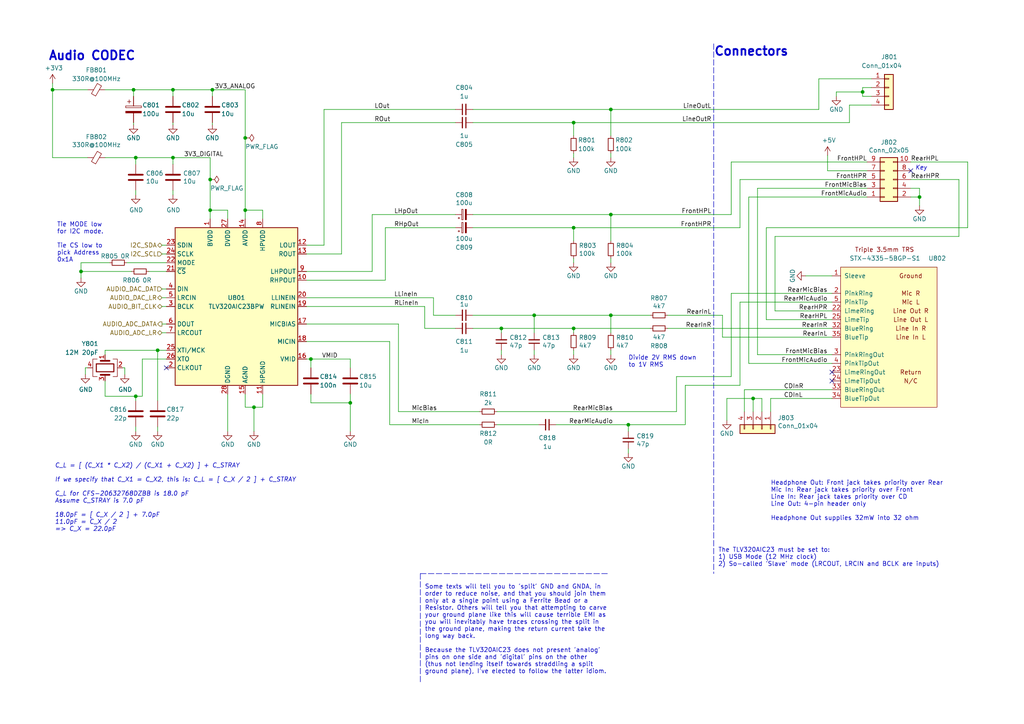
<source format=kicad_sch>
(kicad_sch (version 20211123) (generator eeschema)
  (paper "A4")
  (title_block (title "Neotron Common Hardware - Audio CODEC") (date "${date}") (rev "${version}") (company "https://neotron-compute.github.io") (comment 1 "Licensed as CC-BY-SA") (comment 2 "Copyright (c) The Neotron Developers, 2022"))
  (lib_symbols
    (symbol "Audio:TLV320AIC23BPW"
      (property "Reference" "U" (at 16.51 26.67 0))
      (property "Value" "TLV320AIC23BPW" (at 16.51 24.13 0))
      (symbol "TLV320AIC23BPW_0_1"
        (rectangle (start -17.78 22.86) (end 17.78 -22.86) (stroke (width 0.254)) (fill (type background)))
      )
      (symbol "TLV320AIC23BPW_1_1"
        (pin power_in line (at -7.62 25.4 270) (length 2.54) (name "BVDD") (number "1"))
        (pin passive line (at 20.32 7.62 180) (length 2.54) (name "RHPOUT") (number "10"))
        (pin power_in line (at 7.62 -25.4 90) (length 2.54) (name "HPGND") (number "11"))
        (pin passive line (at 20.32 17.78 180) (length 2.54) (name "LOUT") (number "12"))
        (pin passive line (at 20.32 15.24 180) (length 2.54) (name "ROUT") (number "13"))
        (pin power_in line (at 2.54 25.4 270) (length 2.54) (name "AVDD") (number "14"))
        (pin power_in line (at 2.54 -25.4 90) (length 2.54) (name "AGND") (number "15"))
        (pin passive line (at 20.32 -15.24 180) (length 2.54) (name "VMID") (number "16"))
        (pin passive line (at 20.32 -5.08 180) (length 2.54) (name "MICBIAS") (number "17"))
        (pin passive line (at 20.32 -10.16 180) (length 2.54) (name "MICIN") (number "18"))
        (pin passive line (at 20.32 0 180) (length 2.54) (name "RLINEIN") (number "19"))
        (pin output line (at -20.32 -17.78 0) (length 2.54) (name "CLKOUT") (number "2"))
        (pin passive line (at 20.32 2.54 180) (length 2.54) (name "LLINEIN") (number "20"))
        (pin input line (at -20.32 10.16 0) (length 2.54) (name "~{CS}") (number "21"))
        (pin input line (at -20.32 12.7 0) (length 2.54) (name "MODE") (number "22"))
        (pin input line (at -20.32 17.78 0) (length 2.54) (name "SDIN") (number "23"))
        (pin input line (at -20.32 15.24 0) (length 2.54) (name "SCLK") (number "24"))
        (pin passive line (at -20.32 -12.7 0) (length 2.54) (name "XTI/MCK") (number "25"))
        (pin passive line (at -20.32 -15.24 0) (length 2.54) (name "XTO") (number "26"))
        (pin power_in line (at -2.54 25.4 270) (length 2.54) (name "DVDD") (number "27"))
        (pin power_in line (at -2.54 -25.4 90) (length 2.54) (name "DGND") (number "28"))
        (pin bidirectional line (at -20.32 0 0) (length 2.54) (name "BCLK") (number "3"))
        (pin input line (at -20.32 5.08 0) (length 2.54) (name "DIN") (number "4"))
        (pin input line (at -20.32 2.54 0) (length 2.54) (name "LRCIN") (number "5"))
        (pin output line (at -20.32 -5.08 0) (length 2.54) (name "DOUT") (number "6"))
        (pin output line (at -20.32 -7.62 0) (length 2.54) (name "LRCOUT") (number "7"))
        (pin power_in line (at 7.62 25.4 270) (length 2.54) (name "HPVDD") (number "8"))
        (pin passive line (at 20.32 10.16 180) (length 2.54) (name "LHPOUT") (number "9"))
      )
    )
    (symbol "Connector_Generic:Conn_01x04" (pin_names (offset 1.016) hide)
      (property "Reference" "J" (at 0 5.08 0))
      (property "Value" "Conn_01x04" (at 0 -7.62 0))
      (symbol "Conn_01x04_1_1"
        (rectangle (start -1.27 -4.953) (end 0 -5.207) (stroke (width 0.1524)))
        (rectangle (start -1.27 -2.413) (end 0 -2.667) (stroke (width 0.1524)))
        (rectangle (start -1.27 0.127) (end 0 -0.127) (stroke (width 0.1524)))
        (rectangle (start -1.27 2.667) (end 0 2.413) (stroke (width 0.1524)))
        (rectangle (start -1.27 3.81) (end 1.27 -6.35) (stroke (width 0.254)) (fill (type background)))
        (pin passive line (at -5.08 2.54 0) (length 3.81) (name "Pin_1") (number "1"))
        (pin passive line (at -5.08 0 0) (length 3.81) (name "Pin_2") (number "2"))
        (pin passive line (at -5.08 -2.54 0) (length 3.81) (name "Pin_3") (number "3"))
        (pin passive line (at -5.08 -5.08 0) (length 3.81) (name "Pin_4") (number "4"))
      )
    )
    (symbol "Connector_Generic:Conn_02x05_Odd_Even" (pin_names (offset 1.016) hide)
      (property "Reference" "J" (at 1.27 7.62 0))
      (property "Value" "Conn_02x05_Odd_Even" (at 1.27 -7.62 0))
      (symbol "Conn_02x05_Odd_Even_1_1"
        (rectangle (start -1.27 -4.953) (end 0 -5.207) (stroke (width 0.1524)))
        (rectangle (start -1.27 -2.413) (end 0 -2.667) (stroke (width 0.1524)))
        (rectangle (start -1.27 0.127) (end 0 -0.127) (stroke (width 0.1524)))
        (rectangle (start -1.27 2.667) (end 0 2.413) (stroke (width 0.1524)))
        (rectangle (start -1.27 5.207) (end 0 4.953) (stroke (width 0.1524)))
        (rectangle (start -1.27 6.35) (end 3.81 -6.35) (stroke (width 0.254)) (fill (type background)))
        (rectangle (start 3.81 -4.953) (end 2.54 -5.207) (stroke (width 0.1524)))
        (rectangle (start 3.81 -2.413) (end 2.54 -2.667) (stroke (width 0.1524)))
        (rectangle (start 3.81 0.127) (end 2.54 -0.127) (stroke (width 0.1524)))
        (rectangle (start 3.81 2.667) (end 2.54 2.413) (stroke (width 0.1524)))
        (rectangle (start 3.81 5.207) (end 2.54 4.953) (stroke (width 0.1524)))
        (pin passive line (at -5.08 5.08 0) (length 3.81) (name "Pin_1") (number "1"))
        (pin passive line (at 7.62 -5.08 180) (length 3.81) (name "Pin_10") (number "10"))
        (pin passive line (at 7.62 5.08 180) (length 3.81) (name "Pin_2") (number "2"))
        (pin passive line (at -5.08 2.54 0) (length 3.81) (name "Pin_3") (number "3"))
        (pin passive line (at 7.62 2.54 180) (length 3.81) (name "Pin_4") (number "4"))
        (pin passive line (at -5.08 0 0) (length 3.81) (name "Pin_5") (number "5"))
        (pin passive line (at 7.62 0 180) (length 3.81) (name "Pin_6") (number "6"))
        (pin passive line (at -5.08 -2.54 0) (length 3.81) (name "Pin_7") (number "7"))
        (pin passive line (at 7.62 -2.54 180) (length 3.81) (name "Pin_8") (number "8"))
        (pin passive line (at -5.08 -5.08 0) (length 3.81) (name "Pin_9") (number "9"))
      )
    )
    (symbol "Device:C" (pin_numbers hide) (pin_names (offset 0.254))
      (property "Reference" "C" (at 0.635 2.54 0))
      (property "Value" "C" (at 0.635 -2.54 0))
      (symbol "C_0_1"
        (polyline (pts (xy -2.032 -0.762) (xy 2.032 -0.762)) (stroke (width 0.508)))
        (polyline (pts (xy -2.032 0.762) (xy 2.032 0.762)) (stroke (width 0.508)))
      )
      (symbol "C_1_1"
        (pin passive line (at 0 3.81 270) (length 2.794) (name "~") (number "1"))
        (pin passive line (at 0 -3.81 90) (length 2.794) (name "~") (number "2"))
      )
    )
    (symbol "Device:C_Polarized" (pin_numbers hide) (pin_names (offset 0.254))
      (property "Reference" "C" (at 0.635 2.54 0))
      (property "Value" "C_Polarized" (at 0.635 -2.54 0))
      (symbol "C_Polarized_0_1"
        (rectangle (start -2.286 0.508) (end 2.286 1.016))
        (polyline (pts (xy -1.778 2.286) (xy -0.762 2.286)))
        (polyline (pts (xy -1.27 2.794) (xy -1.27 1.778)))
        (rectangle (start 2.286 -0.508) (end -2.286 -1.016) (fill (type outline)))
      )
      (symbol "C_Polarized_1_1"
        (pin passive line (at 0 3.81 270) (length 2.794) (name "~") (number "1"))
        (pin passive line (at 0 -3.81 90) (length 2.794) (name "~") (number "2"))
      )
    )
    (symbol "Device:C_Polarized_Small" (pin_numbers hide) (pin_names (offset 0.254) hide)
      (property "Reference" "C" (at 0.254 1.778 0))
      (property "Value" "C_Polarized_Small" (at 0.254 -2.032 0))
      (symbol "C_Polarized_Small_0_1"
        (rectangle (start -1.524 -0.3048) (end 1.524 -0.6858) (fill (type outline)))
        (rectangle (start -1.524 0.6858) (end 1.524 0.3048))
        (polyline (pts (xy -1.27 1.524) (xy -0.762 1.524)))
        (polyline (pts (xy -1.016 1.27) (xy -1.016 1.778)))
      )
      (symbol "C_Polarized_Small_1_1"
        (pin passive line (at 0 2.54 270) (length 1.8542) (name "~") (number "1"))
        (pin passive line (at 0 -2.54 90) (length 1.8542) (name "~") (number "2"))
      )
    )
    (symbol "Device:C_Small" (pin_numbers hide) (pin_names (offset 0.254) hide)
      (property "Reference" "C" (at 0.254 1.778 0))
      (property "Value" "C_Small" (at 0.254 -2.032 0))
      (symbol "C_Small_0_1"
        (polyline (pts (xy -1.524 -0.508) (xy 1.524 -0.508)) (stroke (width 0.3302)))
        (polyline (pts (xy -1.524 0.508) (xy 1.524 0.508)) (stroke (width 0.3048)))
      )
      (symbol "C_Small_1_1"
        (pin passive line (at 0 2.54 270) (length 2.032) (name "~") (number "1"))
        (pin passive line (at 0 -2.54 90) (length 2.032) (name "~") (number "2"))
      )
    )
    (symbol "Device:Crystal_GND24" (pin_names (offset 1.016) hide)
      (property "Reference" "Y" (at 3.175 5.08 0))
      (property "Value" "Crystal_GND24" (at 3.175 3.175 0))
      (symbol "Crystal_GND24_0_1"
        (rectangle (start -1.143 2.54) (end 1.143 -2.54) (stroke (width 0.3048)))
        (polyline (pts (xy -2.54 0) (xy -2.032 0)))
        (polyline (pts (xy -2.032 -1.27) (xy -2.032 1.27)) (stroke (width 0.508)))
        (polyline (pts (xy 0 -3.81) (xy 0 -3.556)))
        (polyline (pts (xy 0 3.556) (xy 0 3.81)))
        (polyline (pts (xy 2.032 -1.27) (xy 2.032 1.27)) (stroke (width 0.508)))
        (polyline (pts (xy 2.032 0) (xy 2.54 0)))
        (polyline (pts (xy -2.54 -2.286) (xy -2.54 -3.556) (xy 2.54 -3.556) (xy 2.54 -2.286)))
        (polyline (pts (xy -2.54 2.286) (xy -2.54 3.556) (xy 2.54 3.556) (xy 2.54 2.286)))
      )
      (symbol "Crystal_GND24_1_1"
        (pin passive line (at -3.81 0 0) (length 1.27) (name "1") (number "1"))
        (pin passive line (at 0 5.08 270) (length 1.27) (name "2") (number "2"))
        (pin passive line (at 3.81 0 180) (length 1.27) (name "3") (number "3"))
        (pin passive line (at 0 -5.08 90) (length 1.27) (name "4") (number "4"))
      )
    )
    (symbol "Device:FerriteBead_Small" (pin_numbers hide) (pin_names (offset 0))
      (property "Reference" "FB" (at 1.905 1.27 0))
      (property "Value" "FerriteBead_Small" (at 1.905 -1.27 0))
      (symbol "FerriteBead_Small_0_1"
        (polyline (pts (xy 0 -1.27) (xy 0 -0.7874)))
        (polyline (pts (xy 0 0.889) (xy 0 1.2954)))
        (polyline (pts (xy -1.8288 0.2794) (xy -1.1176 1.4986) (xy 1.8288 -0.2032) (xy 1.1176 -1.4224) (xy -1.8288 0.2794)))
      )
      (symbol "FerriteBead_Small_1_1"
        (pin passive line (at 0 2.54 270) (length 1.27) (name "~") (number "1"))
        (pin passive line (at 0 -2.54 90) (length 1.27) (name "~") (number "2"))
      )
    )
    (symbol "Device:R_Small" (pin_numbers hide) (pin_names (offset 0.254) hide)
      (property "Reference" "R" (at 0.762 0.508 0))
      (property "Value" "R_Small" (at 0.762 -1.016 0))
      (symbol "R_Small_0_1"
        (rectangle (start -0.762 1.778) (end 0.762 -1.778) (stroke (width 0.2032)))
      )
      (symbol "R_Small_1_1"
        (pin passive line (at 0 2.54 270) (length 0.762) (name "~") (number "1"))
        (pin passive line (at 0 -2.54 90) (length 0.762) (name "~") (number "2"))
      )
    )
    (symbol "Neotron-Common-Hardware:STX-4335-5BGP-S1" (pin_names (offset 1.016))
      (property "Reference" "U" (at 0 17.78 0))
      (property "Value" "STX-4335-5BGP-S1" (at 0 -27.94 0))
      (symbol "STX-4335-5BGP-S1_0_0"
        (text "Ground" (at 7.62 -22.86 0) (effects (font (size 1.27 1.27))))
        (text "Line In L" (at 7.62 -5.08 0) (effects (font (size 1.27 1.27))))
        (text "Line In R" (at 7.62 -7.62 0) (effects (font (size 1.27 1.27))))
        (text "Line Out L" (at 7.62 -10.16 0) (effects (font (size 1.27 1.27))))
        (text "Line Out R" (at 7.62 -12.7 0) (effects (font (size 1.27 1.27))))
        (text "Mic L" (at 7.62 -15.24 0) (effects (font (size 1.27 1.27))))
        (text "Mic R" (at 7.62 -17.78 0) (effects (font (size 1.27 1.27))))
        (text "N/C" (at 7.62 7.62 0) (effects (font (size 1.27 1.27))))
        (text "Return" (at 7.62 5.08 0) (effects (font (size 1.27 1.27))))
        (text "Triple 3.5mm TRS" (at 0 -30.48 0) (effects (font (size 1.27 1.27))))
        (pin input line (at -15.24 -22.86 0) (length 2.54) (name "Sleeve") (number "1"))
        (pin input line (at -15.24 -17.78 0) (length 2.54) (name "PinkRing") (number "2"))
        (pin input line (at -15.24 -12.7 0) (length 2.54) (name "LimeRing") (number "22"))
        (pin output line (at -15.24 5.08 0) (length 2.54) (name "LimeRingOut") (number "23"))
        (pin output line (at -15.24 7.62 0) (length 2.54) (name "LimeTipOut") (number "24"))
        (pin input line (at -15.24 -10.16 0) (length 2.54) (name "LimeTip") (number "25"))
        (pin output line (at -15.24 0 0) (length 2.54) (name "PinkRingOut") (number "3"))
        (pin input line (at -15.24 -7.62 0) (length 2.54) (name "BlueRing") (number "32"))
        (pin output line (at -15.24 10.16 0) (length 2.54) (name "BlueRingOut") (number "33"))
        (pin output line (at -15.24 12.7 0) (length 2.54) (name "BlueTipOut") (number "34"))
        (pin input line (at -15.24 -5.08 0) (length 2.54) (name "BlueTip") (number "35"))
        (pin output line (at -15.24 2.54 0) (length 2.54) (name "PinkTipOut") (number "4"))
        (pin input line (at -15.24 -15.24 0) (length 2.54) (name "PinkTip") (number "5"))
      )
      (symbol "STX-4335-5BGP-S1_0_1"
        (rectangle (start -12.7 15.24) (end 15.24 -25.4) (fill (type background)))
      )
    )
    (symbol "power:+3V3" (power) (pin_names (offset 0))
      (property "Value" "+3V3" (at 0 3.556 0))
      (symbol "+3V3_0_1"
        (polyline (pts (xy -0.762 1.27) (xy 0 2.54)))
        (polyline (pts (xy 0 0) (xy 0 2.54)))
        (polyline (pts (xy 0 2.54) (xy 0.762 1.27)))
      )
      (symbol "+3V3_1_1"
        (pin power_in line (at 0 0 90) (length 0) hide (name "+3V3") (number "1"))
      )
    )
    (symbol "power:+5V" (power) (pin_names (offset 0))
      (property "Value" "+5V" (at 0 3.556 0))
      (symbol "+5V_0_1"
        (polyline (pts (xy -0.762 1.27) (xy 0 2.54)))
        (polyline (pts (xy 0 0) (xy 0 2.54)))
        (polyline (pts (xy 0 2.54) (xy 0.762 1.27)))
      )
      (symbol "+5V_1_1"
        (pin power_in line (at 0 0 90) (length 0) hide (name "+5V") (number "1"))
      )
    )
    (symbol "power:GND" (power) (pin_names (offset 0))
      (property "Value" "GND" (at 0 -3.81 0))
      (symbol "GND_0_1"
        (polyline (pts (xy 0 0) (xy 0 -1.27) (xy 1.27 -1.27) (xy 0 -2.54) (xy -1.27 -1.27) (xy 0 -1.27)))
      )
      (symbol "GND_1_1"
        (pin power_in line (at 0 0 270) (length 0) hide (name "GND") (number "1"))
      )
    )
    (symbol "power:PWR_FLAG" (power) (pin_numbers hide) (pin_names (offset 0) hide)
      (property "Value" "PWR_FLAG" (at 0 3.81 0))
      (symbol "PWR_FLAG_0_0"
        (pin power_out line (at 0 0 90) (length 0) (name "pwr") (number "1"))
      )
      (symbol "PWR_FLAG_0_1"
        (polyline (pts (xy 0 0) (xy 0 1.27) (xy -1.016 1.905) (xy 0 2.54) (xy 1.016 1.905) (xy 0 1.27)))
      )
    )
  )
  (junction (at 177.165 31.75))
  (junction (at 266.7 57.15))
  (junction (at 60.96 60.96))
  (junction (at 177.165 91.44))
  (junction (at 218.44 115.57))
  (junction (at 182.245 123.19))
  (junction (at 166.37 66.04))
  (junction (at 250.19 26.67))
  (junction (at 154.94 91.44))
  (junction (at 39.37 114.935))
  (junction (at 50.165 45.72))
  (junction (at 90.17 104.14))
  (junction (at 15.24 26.035))
  (junction (at 177.165 62.23))
  (junction (at 45.72 101.6))
  (junction (at 60.96 52.07))
  (junction (at 71.12 60.96))
  (junction (at 73.66 118.11))
  (junction (at 50.165 26.035))
  (junction (at 39.37 45.72))
  (junction (at 38.735 26.035))
  (junction (at 71.12 40.005))
  (junction (at 166.37 95.25))
  (junction (at 23.495 78.74))
  (junction (at 166.37 35.56))
  (junction (at 61.595 26.035))
  (junction (at 101.6 116.84))
  (junction (at 145.415 95.25))
  (no_connect (at 264.16 49.53))
  (no_connect (at 241.3 107.95))
  (no_connect (at 241.3 110.49))
  (no_connect (at 48.26 106.68))
  (wire (pts (xy 240.03 49.53) (xy 240.03 45.085)))
  (wire (pts (xy 71.12 40.005) (xy 71.12 60.96)))
  (wire (pts (xy 220.98 115.57) (xy 220.98 119.38)))
  (wire (pts (xy 144.145 123.19) (xy 156.21 123.19)))
  (wire (pts (xy 222.25 66.04) (xy 222.25 92.71)))
  (wire (pts (xy 61.595 26.035) (xy 71.12 26.035)))
  (wire (pts (xy 217.17 57.15) (xy 251.46 57.15)))
  (wire (pts (xy 219.71 102.87) (xy 241.3 102.87)))
  (wire (pts (xy 48.26 86.36) (xy 46.99 86.36)))
  (wire (pts (xy 145.415 95.25) (xy 166.37 95.25)))
  (wire (pts (xy 222.25 66.04) (xy 280.67 66.04)))
  (wire (pts (xy 76.2 118.11) (xy 76.2 114.3)))
  (wire (pts (xy 60.96 60.96) (xy 66.04 60.96)))
  (wire (pts (xy 217.17 105.41) (xy 241.3 105.41)))
  (wire (pts (xy 66.04 114.3) (xy 66.04 125.095)))
  (wire (pts (xy 38.735 36.195) (xy 38.735 35.56)))
  (wire (pts (xy 60.96 63.5) (xy 60.96 60.96)))
  (wire (pts (xy 250.19 27.94) (xy 250.19 26.67)))
  (wire (pts (xy 39.37 56.515) (xy 39.37 55.245)))
  (wire (pts (xy 177.165 62.23) (xy 177.165 69.85)))
  (wire (pts (xy 111.76 66.04) (xy 132.08 66.04)))
  (wire (pts (xy 214.63 111.76) (xy 198.755 111.76)))
  (wire (pts (xy 39.37 123.825) (xy 39.37 125.095)))
  (wire (pts (xy 219.71 54.61) (xy 251.46 54.61)))
  (wire (pts (xy 212.09 85.09) (xy 212.09 109.22)))
  (wire (pts (xy 123.19 95.25) (xy 132.08 95.25)))
  (wire (pts (xy 30.48 110.49) (xy 30.48 114.935)))
  (wire (pts (xy 139.065 119.38) (xy 115.57 119.38)))
  (wire (pts (xy 15.24 26.035) (xy 25.4 26.035)))
  (wire (pts (xy 38.735 26.035) (xy 50.165 26.035)))
  (wire (pts (xy 210.82 115.57) (xy 210.82 121.92)))
  (wire (pts (xy 166.37 35.56) (xy 246.38 35.56)))
  (wire (pts (xy 233.68 80.01) (xy 241.3 80.01)))
  (wire (pts (xy 214.63 87.63) (xy 241.3 87.63)))
  (wire (pts (xy 224.79 90.17) (xy 224.79 68.58)))
  (wire (pts (xy 101.6 125.095) (xy 101.6 116.84)))
  (wire (pts (xy 60.96 52.07) (xy 60.96 45.72)))
  (wire (pts (xy 30.48 101.6) (xy 30.48 102.87)))
  (wire (pts (xy 182.245 130.175) (xy 182.245 131.445)))
  (wire (pts (xy 145.415 101.6) (xy 145.415 102.87)))
  (wire (pts (xy 15.24 24.13) (xy 15.24 26.035)))
  (wire (pts (xy 71.12 118.11) (xy 71.12 114.3)))
  (wire (pts (xy 36.83 76.2) (xy 48.26 76.2)))
  (wire (pts (xy 61.595 35.56) (xy 61.595 36.195)))
  (wire (pts (xy 113.03 123.19) (xy 139.065 123.19)))
  (wire (pts (xy 209.55 97.79) (xy 241.3 97.79)))
  (wire (pts (xy 24.765 108.585) (xy 24.765 106.68)))
  (wire (pts (xy 88.9 81.28) (xy 111.76 81.28)))
  (wire (pts (xy 39.37 114.935) (xy 41.275 114.935)))
  (wire (pts (xy 137.16 66.04) (xy 166.37 66.04)))
  (wire (pts (xy 278.13 52.07) (xy 278.13 68.58)))
  (wire (pts (xy 241.3 113.03) (xy 215.9 113.03)))
  (wire (pts (xy 154.94 91.44) (xy 154.94 96.52)))
  (wire (pts (xy 193.675 91.44) (xy 209.55 91.44)))
  (wire (pts (xy 41.275 114.935) (xy 41.275 104.14)))
  (wire (pts (xy 61.595 26.035) (xy 61.595 27.94)))
  (wire (pts (xy 242.57 26.67) (xy 250.19 26.67)))
  (wire (pts (xy 241.3 85.09) (xy 212.09 85.09)))
  (wire (pts (xy 15.24 45.72) (xy 25.4 45.72)))
  (wire (pts (xy 218.44 119.38) (xy 218.44 115.57)))
  (wire (pts (xy 73.66 118.11) (xy 76.2 118.11)))
  (wire (pts (xy 88.9 88.9) (xy 123.19 88.9)))
  (wire (pts (xy 30.48 114.935) (xy 39.37 114.935)))
  (wire (pts (xy 50.165 27.94) (xy 50.165 26.035)))
  (wire (pts (xy 219.71 54.61) (xy 219.71 102.87)))
  (wire (pts (xy 177.165 44.45) (xy 177.165 45.72)))
  (wire (pts (xy 88.9 71.12) (xy 93.98 71.12)))
  (wire (pts (xy 166.37 39.37) (xy 166.37 35.56)))
  (wire (pts (xy 24.765 106.68) (xy 25.4 106.68)))
  (wire (pts (xy 246.38 35.56) (xy 246.38 30.48)))
  (wire (pts (xy 214.63 52.07) (xy 251.46 52.07)))
  (wire (pts (xy 264.16 46.99) (xy 280.67 46.99)))
  (wire (pts (xy 137.16 35.56) (xy 166.37 35.56)))
  (wire (pts (xy 66.04 60.96) (xy 66.04 63.5)))
  (wire (pts (xy 99.06 35.56) (xy 99.06 73.66)))
  (wire (pts (xy 90.17 104.14) (xy 90.17 106.68)))
  (wire (pts (xy 15.24 26.035) (xy 15.24 45.72)))
  (wire (pts (xy 76.2 60.96) (xy 76.2 63.5)))
  (wire (pts (xy 177.165 31.75) (xy 177.165 39.37)))
  (wire (pts (xy 50.165 45.72) (xy 50.165 47.625)))
  (wire (pts (xy 90.17 104.14) (xy 88.9 104.14)))
  (wire (pts (xy 50.165 26.035) (xy 61.595 26.035)))
  (wire (pts (xy 280.67 46.99) (xy 280.67 66.04)))
  (wire (pts (xy 46.99 71.12) (xy 48.26 71.12)))
  (wire (pts (xy 182.245 123.19) (xy 182.245 125.095)))
  (wire (pts (xy 93.98 31.75) (xy 93.98 71.12)))
  (wire (pts (xy 177.165 91.44) (xy 188.595 91.44)))
  (polyline (pts (xy 121.92 166.37) (xy 176.53 166.37)))
  (wire (pts (xy 137.16 95.25) (xy 145.415 95.25)))
  (wire (pts (xy 132.08 35.56) (xy 99.06 35.56)))
  (wire (pts (xy 115.57 93.98) (xy 115.57 119.38)))
  (wire (pts (xy 73.66 125.095) (xy 73.66 118.11)))
  (wire (pts (xy 193.675 95.25) (xy 241.3 95.25)))
  (wire (pts (xy 60.96 60.96) (xy 60.96 52.07)))
  (wire (pts (xy 224.79 68.58) (xy 278.13 68.58)))
  (wire (pts (xy 144.145 119.38) (xy 196.215 119.38)))
  (wire (pts (xy 166.37 95.25) (xy 188.595 95.25)))
  (wire (pts (xy 252.73 25.4) (xy 250.19 25.4)))
  (wire (pts (xy 166.37 66.04) (xy 214.63 66.04)))
  (wire (pts (xy 223.52 115.57) (xy 241.3 115.57)))
  (wire (pts (xy 215.9 113.03) (xy 215.9 119.38)))
  (wire (pts (xy 88.9 73.66) (xy 99.06 73.66)))
  (wire (pts (xy 266.7 57.15) (xy 266.7 54.61)))
  (wire (pts (xy 246.38 30.48) (xy 252.73 30.48)))
  (wire (pts (xy 38.735 26.035) (xy 38.735 27.94)))
  (wire (pts (xy 252.73 27.94) (xy 250.19 27.94)))
  (wire (pts (xy 23.495 78.74) (xy 38.1 78.74)))
  (wire (pts (xy 39.37 47.625) (xy 39.37 45.72)))
  (wire (pts (xy 90.17 104.14) (xy 101.6 104.14)))
  (wire (pts (xy 137.16 62.23) (xy 177.165 62.23)))
  (wire (pts (xy 88.9 78.74) (xy 107.95 78.74)))
  (wire (pts (xy 212.09 62.23) (xy 212.09 46.99)))
  (wire (pts (xy 101.6 104.14) (xy 101.6 106.68)))
  (wire (pts (xy 23.495 78.74) (xy 23.495 80.645)))
  (wire (pts (xy 46.99 73.66) (xy 48.26 73.66)))
  (wire (pts (xy 132.08 31.75) (xy 93.98 31.75)))
  (wire (pts (xy 177.165 31.75) (xy 237.49 31.75)))
  (wire (pts (xy 123.19 95.25) (xy 123.19 88.9)))
  (wire (pts (xy 240.03 49.53) (xy 251.46 49.53)))
  (wire (pts (xy 39.37 114.935) (xy 39.37 116.205)))
  (wire (pts (xy 161.29 123.19) (xy 182.245 123.19)))
  (wire (pts (xy 23.495 76.2) (xy 23.495 78.74)))
  (wire (pts (xy 113.03 99.06) (xy 113.03 123.19)))
  (wire (pts (xy 23.495 76.2) (xy 31.75 76.2)))
  (wire (pts (xy 212.09 46.99) (xy 251.46 46.99)))
  (wire (pts (xy 264.16 52.07) (xy 278.13 52.07)))
  (wire (pts (xy 88.9 86.36) (xy 125.73 86.36)))
  (wire (pts (xy 166.37 44.45) (xy 166.37 45.72)))
  (wire (pts (xy 101.6 114.3) (xy 101.6 116.84)))
  (wire (pts (xy 48.26 83.82) (xy 46.99 83.82)))
  (wire (pts (xy 43.18 78.74) (xy 48.26 78.74)))
  (wire (pts (xy 48.26 101.6) (xy 45.72 101.6)))
  (wire (pts (xy 88.9 93.98) (xy 115.57 93.98)))
  (wire (pts (xy 264.16 54.61) (xy 266.7 54.61)))
  (wire (pts (xy 166.37 96.52) (xy 166.37 95.25)))
  (wire (pts (xy 48.26 88.9) (xy 46.99 88.9)))
  (wire (pts (xy 107.95 62.23) (xy 132.08 62.23)))
  (wire (pts (xy 39.37 45.72) (xy 50.165 45.72)))
  (wire (pts (xy 125.73 86.36) (xy 125.73 91.44)))
  (wire (pts (xy 198.755 111.76) (xy 198.755 123.19)))
  (wire (pts (xy 242.57 26.67) (xy 242.57 27.94)))
  (wire (pts (xy 214.63 87.63) (xy 214.63 111.76)))
  (wire (pts (xy 209.55 97.79) (xy 209.55 91.44)))
  (wire (pts (xy 30.48 26.035) (xy 38.735 26.035)))
  (wire (pts (xy 237.49 22.86) (xy 237.49 31.75)))
  (wire (pts (xy 266.7 59.69) (xy 266.7 57.15)))
  (wire (pts (xy 111.76 66.04) (xy 111.76 81.28)))
  (wire (pts (xy 224.79 90.17) (xy 241.3 90.17)))
  (wire (pts (xy 223.52 119.38) (xy 223.52 115.57)))
  (wire (pts (xy 218.44 115.57) (xy 220.98 115.57)))
  (wire (pts (xy 212.09 109.22) (xy 196.215 109.22)))
  (wire (pts (xy 166.37 101.6) (xy 166.37 102.87)))
  (polyline (pts (xy 207.01 12.7) (xy 207.01 166.37)))
  (wire (pts (xy 196.215 109.22) (xy 196.215 119.38)))
  (wire (pts (xy 214.63 52.07) (xy 214.63 66.04)))
  (wire (pts (xy 132.08 91.44) (xy 125.73 91.44)))
  (wire (pts (xy 154.94 91.44) (xy 177.165 91.44)))
  (wire (pts (xy 177.165 96.52) (xy 177.165 91.44)))
  (wire (pts (xy 101.6 116.84) (xy 90.17 116.84)))
  (wire (pts (xy 36.195 106.68) (xy 36.195 108.585)))
  (wire (pts (xy 48.26 96.52) (xy 46.99 96.52)))
  (wire (pts (xy 107.95 62.23) (xy 107.95 78.74)))
  (wire (pts (xy 218.44 115.57) (xy 210.82 115.57)))
  (wire (pts (xy 222.25 92.71) (xy 241.3 92.71)))
  (wire (pts (xy 217.17 105.41) (xy 217.17 57.15)))
  (wire (pts (xy 50.165 45.72) (xy 60.96 45.72)))
  (wire (pts (xy 71.12 60.96) (xy 71.12 63.5)))
  (wire (pts (xy 30.48 45.72) (xy 39.37 45.72)))
  (wire (pts (xy 166.37 69.85) (xy 166.37 66.04)))
  (wire (pts (xy 177.165 74.93) (xy 177.165 76.2)))
  (wire (pts (xy 177.165 62.23) (xy 212.09 62.23)))
  (wire (pts (xy 237.49 22.86) (xy 252.73 22.86)))
  (wire (pts (xy 45.72 123.825) (xy 45.72 125.095)))
  (wire (pts (xy 71.12 26.035) (xy 71.12 40.005)))
  (wire (pts (xy 264.16 57.15) (xy 266.7 57.15)))
  (wire (pts (xy 137.16 31.75) (xy 177.165 31.75)))
  (wire (pts (xy 88.9 99.06) (xy 113.03 99.06)))
  (wire (pts (xy 177.165 101.6) (xy 177.165 102.87)))
  (wire (pts (xy 166.37 74.93) (xy 166.37 76.2)))
  (wire (pts (xy 50.165 55.245) (xy 50.165 56.515)))
  (wire (pts (xy 71.12 60.96) (xy 76.2 60.96)))
  (wire (pts (xy 45.72 101.6) (xy 30.48 101.6)))
  (wire (pts (xy 250.19 26.67) (xy 250.19 25.4)))
  (wire (pts (xy 50.165 35.56) (xy 50.165 36.195)))
  (wire (pts (xy 154.94 101.6) (xy 154.94 102.87)))
  (wire (pts (xy 45.72 101.6) (xy 45.72 116.205)))
  (wire (pts (xy 182.245 123.19) (xy 198.755 123.19)))
  (wire (pts (xy 90.17 116.84) (xy 90.17 114.3)))
  (wire (pts (xy 35.56 106.68) (xy 36.195 106.68)))
  (wire (pts (xy 145.415 95.25) (xy 145.415 96.52)))
  (wire (pts (xy 71.12 118.11) (xy 73.66 118.11)))
  (wire (pts (xy 137.16 91.44) (xy 154.94 91.44)))
  (wire (pts (xy 41.275 104.14) (xy 48.26 104.14)))
  (polyline (pts (xy 121.92 166.37) (xy 121.92 198.12)))
  (wire (pts (xy 46.99 93.98) (xy 48.26 93.98)))
  (text "Connectors" (at 207.01 16.51 0) (effects (font (size 2.54 2.54) (thickness 0.508) bold) (justify left bottom)))
  (text "Divide 2V RMS down\nto 1V RMS" (at 182.245 106.68 0) (effects (font (size 1.27 1.27)) (justify left bottom)))
  (text "The TLV320AIC23 must be set to:\n1) USB Mode (12 MHz clock)\n2) So-called 'Slave' mode (LRCOUT, LRCIN and BCLK are inputs)" (at 208.28 164.465 0) (effects (font (size 1.27 1.27)) (justify left bottom)))
  (text "Headphone Out: Front jack takes priority over Rear\nMic In: Rear jack takes priority over Front\nLine In: Rear jack takes priority over CD\nLine Out: 4-pin header only\n\nHeadphone Out supplies 32mW into 32 ohm" (at 223.52 151.13 0) (effects (font (size 1.27 1.27)) (justify left bottom)))
  (text "Key" (at 265.43 49.53 0) (effects (font (size 1.27 1.27) italic) (justify left bottom)))
  (text "C_L = [ (C_X1 * C_X2) / (C_X1 + C_X2) ] + C_STRAY\n\nIf we specify that C_X1 = C_X2, this is: C_L = [ C_X / 2 ] + C_STRAY\n\nC_L for CFS-20632768DZBB is 18.0 pF\nAssume C_STRAY is 7.0 pF \n\n18.0pF = [ C_X / 2 ] + 7.0pF\n11.0pF = C_X / 2\n=> C_X = 22.0pF" (at 15.875 154.305 0) (effects (font (size 1.27 1.27) italic) (justify left bottom)))
  (text "Audio CODEC" (at 13.97 17.78 0) (effects (font (size 2.54 2.54) (thickness 0.508) bold) (justify left bottom)))
  (text "Tie MODE low\nfor I2C mode.\n\nTie CS low to\npick Address\n0x1A" (at 16.51 76.2 0) (effects (font (size 1.27 1.27)) (justify left bottom)))
  (text "Some texts will tell you to 'split' GND and GNDA, in\norder to reduce noise, and that you should join them\nonly at a single point using a Ferrite Bead or a\nResistor. Others will tell you that attempting to carve\nyour ground plane like this will cause terrible EMI as\nyou will inevitably have traces crossing the split in\nthe ground plane, making the return current take the\nlong way back.\n\nBecause the TLV320AIC23 does not present 'analog'\npins on one side and 'digital' pins on the other\n(thus not lending itself towards straddling a split\nground plane), I've elected to follow the latter idiom." (at 123.19 195.58 0) (effects (font (size 1.27 1.27)) (justify left bottom)))
  (label "RearHPL" (at 240.03 92.71 180))
  (label "LineOutR" (at 206.375 35.56 180))
  (label "FrontMicBias" (at 251.46 54.61 180))
  (label "FrontHPR" (at 251.46 52.07 180))
  (label "RearMicAudio" (at 240.03 87.63 180))
  (label "FrontMicBias" (at 240.03 102.87 180))
  (label "CDInR" (at 227.33 113.03 0))
  (label "FrontMicAudio" (at 240.03 105.41 180))
  (label "LLineIn" (at 114.3 86.36 0))
  (label "3V3_DIGITAL" (at 53.34 45.72 0))
  (label "3V3_ANALOG" (at 62.23 26.035 0))
  (label "RHpOut" (at 114.3 66.04 0))
  (label "FrontHPR" (at 206.375 66.04 180))
  (label "RearInL" (at 240.03 97.79 180))
  (label "RearHPR" (at 264.16 52.07 0))
  (label "FrontHPL" (at 251.46 46.99 180))
  (label "RearMicBias" (at 177.8 119.38 180))
  (label "MicBias" (at 119.38 119.38 0))
  (label "ROut" (at 108.585 35.56 0))
  (label "FrontMicAudio" (at 251.46 57.15 180))
  (label "VMID" (at 93.345 104.14 0))
  (label "RearInR" (at 206.375 95.25 180))
  (label "LHpOut" (at 114.3 62.23 0))
  (label "CDInL" (at 227.33 115.57 0))
  (label "LineOutL" (at 206.375 31.75 180))
  (label "RearHPR" (at 240.03 90.17 180))
  (label "FrontHPL" (at 206.375 62.23 180))
  (label "RLineIn" (at 114.3 88.9 0))
  (label "MicIn" (at 119.38 123.19 0))
  (label "RearInL" (at 206.375 91.44 180))
  (label "RearInR" (at 240.03 95.25 180))
  (label "RearMicBias" (at 240.03 85.09 180))
  (label "RearHPL" (at 264.16 46.99 0))
  (label "RearMicAudio" (at 177.8 123.19 180))
  (label "LOut" (at 108.585 31.75 0))
  (hierarchical_label "I2C_SDA" (shape bidirectional) (at 46.99 71.12 180))
  (hierarchical_label "AUDIO_DAC_DAT" (shape input) (at 46.99 83.82 180))
  (hierarchical_label "AUDIO_DAC_LR" (shape bidirectional) (at 46.99 86.36 180))
  (hierarchical_label "AUDIO_ADC_DATA" (shape output) (at 46.99 93.98 180))
  (hierarchical_label "AUDIO_ADC_LR" (shape bidirectional) (at 46.99 96.52 180))
  (hierarchical_label "AUDIO_BIT_CLK" (shape bidirectional) (at 46.99 88.9 180))
  (hierarchical_label "I2C_SCL" (shape input) (at 46.99 73.66 180))
  (symbol (lib_id "Audio:TLV320AIC23BPW") (at 68.58 88.9 0) (unit 1)
    (property "Reference" "U801" (at 68.58 86.36 0))
    (property "Value" "TLV320AIC23BPW" (at 68.58 88.9 0))
    (property "Footprint" "Package_SO:TSSOP-28_4.4x9.7mm_P0.65mm" (effects hide))
    (property "Datasheet" "http://www.ti.com/cn/lit/gpn/tlv320aic23b" (effects hide))
    (property "DNP" "0" (effects hide))
    (property "MPN" "TLV320AIC23BPW" (effects hide))
    (property "Manufacturer" "Texas Instruments" (effects hide))
    (property "LCSC Part#" "C9915" (effects hide))
    (property "JLCPCB Collection" "Extended" (effects hide))
  )
  (symbol (lib_id "Device:C") (at 61.595 31.75 0) (unit 1)
    (property "Reference" "C803" (at 64.135 30.48 0) (effects (justify left)))
    (property "Value" "10u" (at 64.135 33.02 0) (effects (justify left)))
    (property "Footprint" "Capacitor_SMD:C_0805_2012Metric_Pad1.18x1.45mm_HandSolder" (effects hide))
    (property "DNP" "0" (effects hide))
    (property "Manufacturer" "Samsung" (effects hide))
    (property "MPN" "CL21A106KAYNNNE" (effects hide))
    (property "LCSC Part#" "C15850" (effects hide))
    (property "Tolerance" "X5R" (effects hide))
    (property "Voltage" "25V" (effects hide))
    (property "JLCPCB Collection" "Basic" (effects hide))
  )
  (symbol (lib_id "Device:C") (at 50.165 31.75 0) (unit 1)
    (property "Reference" "C802" (at 52.705 30.48 0) (effects (justify left)))
    (property "Value" "10u" (at 52.705 33.02 0) (effects (justify left)))
    (property "Footprint" "Capacitor_SMD:C_0805_2012Metric_Pad1.18x1.45mm_HandSolder" (effects hide))
    (property "DNP" "0" (effects hide))
    (property "Manufacturer" "Samsung" (effects hide))
    (property "MPN" "CL21A106KAYNNNE" (effects hide))
    (property "LCSC Part#" "C15850" (effects hide))
    (property "Tolerance" "X5R" (effects hide))
    (property "Voltage" "25V" (effects hide))
    (property "JLCPCB Collection" "Basic" (effects hide))
  )
  (symbol (lib_id "Neotron-Common-Hardware:STX-4335-5BGP-S1") (at 256.54 102.87 0) (mirror x) (unit 1)
    (property "Reference" "U802" (at 269.24 74.93 0) (effects (justify left)))
    (property "Value" "STX-4335-5BGP-S1" (at 246.38 74.93 0) (effects (justify left)))
    (property "Footprint" "Neotron-Common-Hardware:STX-4335-5BGP-S1" (effects hide))
    (property "Datasheet" "http://www.kycon.com/Pub_Eng_Draw/STX-4335-5BGP-S1.pdf" (effects hide))
    (property "DNP" "0" (effects hide))
    (property "Digikey" "2092-STX-4335-5BGP-S1-ND" (effects hide))
    (property "MPN" "STX-4335-5BGP-S1" (effects hide))
    (property "Manufacturer" "Kycon" (effects hide))
    (property "Mouser" "806-STX-43355BGPS1" (effects hide))
  )
  (symbol (lib_id "Connector_Generic:Conn_02x05_Odd_Even") (at 256.54 52.07 0) (mirror x) (unit 1)
    (property "Reference" "J802" (at 257.81 41.275 0))
    (property "Value" "Conn_02x05" (at 257.81 43.5864 0))
    (property "Footprint" "Connector_PinHeader_2.54mm:PinHeader_2x05_P2.54mm_Vertical" (effects hide))
    (property "DNP" "0" (effects hide))
  )
  (symbol (lib_id "Device:C") (at 39.37 51.435 0) (unit 1)
    (property "Reference" "C806" (at 42.291 50.2666 0) (effects (justify left)))
    (property "Value" "10u" (at 42.291 52.578 0) (effects (justify left)))
    (property "Footprint" "Capacitor_SMD:C_0805_2012Metric_Pad1.18x1.45mm_HandSolder" (effects hide))
    (property "DNP" "0" (effects hide))
    (property "Manufacturer" "Samsung" (effects hide))
    (property "MPN" "CL21A106KAYNNNE" (effects hide))
    (property "LCSC Part#" "C15850" (effects hide))
    (property "Tolerance" "X5R" (effects hide))
    (property "Voltage" "25V" (effects hide))
    (property "JLCPCB Collection" "Basic" (effects hide))
  )
  (symbol (lib_id "power:GND") (at 39.37 56.515 0) (unit 1)
    (property "Reference" "#PWR0809" (effects hide))
    (property "Value" "GND" (at 39.497 60.9092 0))
  )
  (symbol (lib_id "power:GND") (at 101.6 125.095 0) (unit 1)
    (property "Reference" "#PWR0827" (effects hide))
    (property "Value" "GND" (at 101.6 128.905 0))
  )
  (symbol (lib_id "Connector_Generic:Conn_01x04") (at 220.98 124.46 270) (unit 1)
    (property "Reference" "J803" (at 225.552 121.2088 90) (effects (justify left)))
    (property "Value" "Conn_01x04" (at 225.552 123.5202 90) (effects (justify left)))
    (property "Footprint" "Connector_PinHeader_2.54mm:PinHeader_1x04_P2.54mm_Vertical" (effects hide))
    (property "DNP" "0" (effects hide))
  )
  (symbol (lib_id "Connector_Generic:Conn_01x04") (at 257.81 25.4 0) (unit 1)
    (property "Reference" "J801" (at 260.35 16.51 0) (effects (justify right)))
    (property "Value" "Conn_01x04" (at 261.62 19.05 0) (effects (justify right)))
    (property "Footprint" "Connector_PinHeader_2.54mm:PinHeader_1x04_P2.54mm_Vertical" (effects hide))
    (property "DNP" "0" (effects hide))
  )
  (symbol (lib_id "power:GND") (at 73.66 125.095 0) (unit 1)
    (property "Reference" "#PWR0826" (effects hide))
    (property "Value" "GND" (at 73.66 128.905 0))
  )
  (symbol (lib_id "power:GND") (at 210.82 121.92 0) (unit 1)
    (property "Reference" "#PWR0822" (effects hide))
    (property "Value" "GND" (at 210.82 125.73 0))
  )
  (symbol (lib_id "power:GND") (at 266.7 59.69 0) (unit 1)
    (property "Reference" "#PWR0811" (effects hide))
    (property "Value" "GND" (at 266.7 63.5 0))
  )
  (symbol (lib_id "power:GND") (at 242.57 27.94 0) (mirror y) (unit 1)
    (property "Reference" "#PWR0802" (effects hide))
    (property "Value" "GND" (at 242.57 31.75 0))
  )
  (symbol (lib_id "power:GND") (at 50.165 36.195 0) (unit 1)
    (property "Reference" "#PWR0804" (effects hide))
    (property "Value" "GND" (at 50.165 40.005 0))
  )
  (symbol (lib_id "power:GND") (at 38.735 36.195 0) (unit 1)
    (property "Reference" "#PWR0803" (effects hide))
    (property "Value" "GND" (at 38.735 40.005 0))
  )
  (symbol (lib_id "power:GND") (at 23.495 80.645 0) (unit 1)
    (property "Reference" "#PWR0815" (effects hide))
    (property "Value" "GND" (at 23.495 84.455 0))
  )
  (symbol (lib_id "Device:C") (at 101.6 110.49 0) (unit 1)
    (property "Reference" "C815" (at 104.14 109.22 0) (effects (justify left)))
    (property "Value" "10u" (at 104.14 111.76 0) (effects (justify left)))
    (property "Footprint" "Capacitor_SMD:C_0805_2012Metric_Pad1.18x1.45mm_HandSolder" (effects hide))
    (property "DNP" "0" (effects hide))
    (property "Manufacturer" "Samsung" (effects hide))
    (property "MPN" "CL21A106KAYNNNE" (effects hide))
    (property "LCSC Part#" "C15850" (effects hide))
    (property "Tolerance" "X5R" (effects hide))
    (property "Voltage" "25V" (effects hide))
    (property "JLCPCB Collection" "Basic" (effects hide))
  )
  (symbol (lib_id "Device:C") (at 90.17 110.49 0) (unit 1)
    (property "Reference" "C814" (at 92.71 109.22 0) (effects (justify left)))
    (property "Value" "100n" (at 92.71 111.76 0) (effects (justify left)))
    (property "Footprint" "Capacitor_SMD:C_0805_2012Metric_Pad1.18x1.45mm_HandSolder" (effects hide))
    (property "DNP" "0" (effects hide))
    (property "Manufacturer" "Yageo" (effects hide))
    (property "MPN" "CC0805KRX7R9BB104" (effects hide))
    (property "LCSC Part#" "C49678" (effects hide))
    (property "Tolerance" "X7R" (effects hide))
    (property "Voltage" "50V" (effects hide))
    (property "JLCPCB Collection" "Basic" (effects hide))
  )
  (symbol (lib_id "power:GND") (at 66.04 125.095 0) (unit 1)
    (property "Reference" "#PWR0825" (effects hide))
    (property "Value" "GND" (at 66.04 128.905 0))
  )
  (symbol (lib_id "Device:Crystal_GND24") (at 30.48 106.68 270) (unit 1)
    (property "Reference" "Y801" (at 28.575 99.695 90) (effects (justify right)))
    (property "Value" "12M 20pF" (at 28.575 102.235 90) (effects (justify right)))
    (property "Footprint" "Crystal:Crystal_SMD_3225-4Pin_3.2x2.5mm_HandSoldering" (effects hide))
    (property "Datasheet" "https://datasheet.lcsc.com/lcsc/2103291203_Yangxing-Tech-X322512MSB4SI_C9002.pdf" (effects hide))
    (property "DNP" "0" (effects hide))
    (property "Manufacturer" "Yangxing Tech" (effects hide))
    (property "MPN" "X322512MSB4SI" (effects hide))
    (property "LCSC Part#" "C9002" (effects hide))
    (property "JLCPCB Collection" "Basic" (effects hide))
  )
  (symbol (lib_id "Device:C") (at 39.37 120.015 0) (mirror x) (unit 1)
    (property "Reference" "C816" (at 36.83 118.745 0) (effects (justify right)))
    (property "Value" "22p" (at 36.83 121.285 0) (effects (justify right)))
    (property "Footprint" "Capacitor_SMD:C_0805_2012Metric_Pad1.18x1.45mm_HandSolder" (effects hide))
    (property "DNP" "0" (effects hide))
    (property "MPN" "CL21C220JBANNNC" (effects hide))
    (property "Manufacturer" "Samsung" (effects hide))
    (property "LCSC Part#" "C1804" (effects hide))
    (property "Voltage" "50V" (effects hide))
    (property "Tolerance" "C0G" (effects hide))
    (property "JLCPCB Collection" "Basic" (effects hide))
  )
  (symbol (lib_id "Device:C") (at 45.72 120.015 0) (unit 1)
    (property "Reference" "C817" (at 48.26 118.745 0) (effects (justify left)))
    (property "Value" "22p" (at 48.26 121.285 0) (effects (justify left)))
    (property "Footprint" "Capacitor_SMD:C_0805_2012Metric_Pad1.18x1.45mm_HandSolder" (effects hide))
    (property "DNP" "0" (effects hide))
    (property "MPN" "CL21C220JBANNNC" (effects hide))
    (property "Manufacturer" "Samsung" (effects hide))
    (property "LCSC Part#" "C1804" (effects hide))
    (property "Voltage" "50V" (effects hide))
    (property "Tolerance" "C0G" (effects hide))
    (property "JLCPCB Collection" "Basic" (effects hide))
  )
  (symbol (lib_id "Device:R_Small") (at 166.37 41.91 0) (mirror y) (unit 1)
    (property "Reference" "R801" (at 167.64 40.64 0) (effects (justify right)))
    (property "Value" "100k" (at 167.64 43.18 0) (effects (justify right)))
    (property "Footprint" "Resistor_SMD:R_0805_2012Metric_Pad1.20x1.40mm_HandSolder" (effects hide))
    (property "DNP" "0" (effects hide))
    (property "MPN" "0805W8F1003T5E" (effects hide))
    (property "Manufacturer" "Uniroyal" (effects hide))
    (property "LCSC Part#" "C149504" (effects hide))
    (property "Tolerance" "1%" (effects hide))
    (property "JLCPCB Collection" "Basic" (effects hide))
  )
  (symbol (lib_id "Device:R_Small") (at 177.165 41.91 180) (unit 1)
    (property "Reference" "R802" (at 178.435 40.64 0) (effects (justify right)))
    (property "Value" "100k" (at 178.435 43.18 0) (effects (justify right)))
    (property "Footprint" "Resistor_SMD:R_0805_2012Metric_Pad1.20x1.40mm_HandSolder" (effects hide))
    (property "DNP" "0" (effects hide))
    (property "MPN" "0805W8F1003T5E" (effects hide))
    (property "Manufacturer" "Uniroyal" (effects hide))
    (property "LCSC Part#" "C149504" (effects hide))
    (property "Tolerance" "1%" (effects hide))
    (property "JLCPCB Collection" "Basic" (effects hide))
  )
  (symbol (lib_id "power:GND") (at 166.37 45.72 0) (unit 1)
    (property "Reference" "#PWR0807" (effects hide))
    (property "Value" "GND" (at 166.37 49.53 0))
  )
  (symbol (lib_id "power:GND") (at 177.165 45.72 0) (unit 1)
    (property "Reference" "#PWR0808" (effects hide))
    (property "Value" "GND" (at 177.165 49.53 0))
  )
  (symbol (lib_id "Device:R_Small") (at 166.37 72.39 0) (mirror y) (unit 1)
    (property "Reference" "R803" (at 167.8686 71.2216 0) (effects (justify right)))
    (property "Value" "100k" (at 167.8686 73.533 0) (effects (justify right)))
    (property "Footprint" "Resistor_SMD:R_0805_2012Metric_Pad1.20x1.40mm_HandSolder" (effects hide))
    (property "DNP" "0" (effects hide))
    (property "MPN" "0805W8F1003T5E" (effects hide))
    (property "Manufacturer" "Uniroyal" (effects hide))
    (property "LCSC Part#" "C149504" (effects hide))
    (property "Tolerance" "1%" (effects hide))
    (property "JLCPCB Collection" "Basic" (effects hide))
  )
  (symbol (lib_id "Device:R_Small") (at 177.165 72.39 180) (unit 1)
    (property "Reference" "R804" (at 178.6636 71.2216 0) (effects (justify right)))
    (property "Value" "100k" (at 178.6636 73.533 0) (effects (justify right)))
    (property "Footprint" "Resistor_SMD:R_0805_2012Metric_Pad1.20x1.40mm_HandSolder" (effects hide))
    (property "DNP" "0" (effects hide))
    (property "MPN" "0805W8F1003T5E" (effects hide))
    (property "Manufacturer" "Uniroyal" (effects hide))
    (property "LCSC Part#" "C149504" (effects hide))
    (property "Tolerance" "1%" (effects hide))
    (property "JLCPCB Collection" "Basic" (effects hide))
  )
  (symbol (lib_id "power:GND") (at 166.37 76.2 0) (unit 1)
    (property "Reference" "#PWR0812" (effects hide))
    (property "Value" "GND" (at 166.37 80.01 0))
  )
  (symbol (lib_id "power:GND") (at 177.165 76.2 0) (unit 1)
    (property "Reference" "#PWR0813" (effects hide))
    (property "Value" "GND" (at 177.165 80.01 0))
  )
  (symbol (lib_id "Device:C_Polarized_Small") (at 134.62 62.23 90) (unit 1)
    (property "Reference" "C808" (at 134.62 56.515 90))
    (property "Value" "100u" (at 134.62 58.8264 90))
    (property "Footprint" "Capacitor_THT:CP_Radial_D8.0mm_P5.00mm" (effects hide))
    (property "DNP" "0" (effects hide))
    (property "Digikey" "P5182-ND" (effects hide))
    (property "Manufacturer" "Panasonic" (effects hide))
    (property "MPN" "ECA-1HM101" (effects hide))
    (property "Mouser" "667-ECA-1HM101" (effects hide))
    (property "Tolerance" "20%" (effects hide))
    (property "Voltage" "50V" (effects hide))
  )
  (symbol (lib_id "power:GND") (at 233.68 80.01 270) (unit 1)
    (property "Reference" "#PWR0814" (effects hide))
    (property "Value" "GND" (at 229.87 80.01 0))
  )
  (symbol (lib_id "power:+3V3") (at 15.24 24.13 0) (unit 1)
    (property "Reference" "#PWR0801" (effects hide))
    (property "Value" "+3V3" (at 15.621 19.7358 0))
  )
  (symbol (lib_id "Device:FerriteBead_Small") (at 27.94 26.035 270) (unit 1)
    (property "Reference" "FB801" (at 27.94 20.32 90))
    (property "Value" "330R@100MHz" (at 27.94 22.86 90))
    (property "Footprint" "Inductor_SMD:L_0805_2012Metric_Pad1.15x1.40mm_HandSolder" (effects hide))
    (property "MPN" "GZ2012D601TF" (effects hide))
    (property "DNP" "0" (effects hide))
    (property "Manufacturer" "Sunlord" (effects hide))
    (property "LCSC Part#" "C1017" (effects hide))
    (property "Tolerance" "25%" (effects hide))
    (property "JLCPCB Collection" "Basic" (effects hide))
  )
  (symbol (lib_id "Device:FerriteBead_Small") (at 27.94 45.72 270) (unit 1)
    (property "Reference" "FB802" (at 27.94 39.7002 90))
    (property "Value" "330R@100MHz" (at 27.94 42.0116 90))
    (property "Footprint" "Inductor_SMD:L_0805_2012Metric_Pad1.15x1.40mm_HandSolder" (effects hide))
    (property "MPN" "GZ2012D601TF" (effects hide))
    (property "DNP" "0" (effects hide))
    (property "Manufacturer" "Sunlord" (effects hide))
    (property "LCSC Part#" "C1017" (effects hide))
    (property "Tolerance" "25%" (effects hide))
    (property "JLCPCB Collection" "Basic" (effects hide))
  )
  (symbol (lib_id "Device:R_Small") (at 191.135 91.44 270) (unit 1)
    (property "Reference" "R807" (at 191.135 86.4616 90))
    (property "Value" "4k7" (at 191.135 88.773 90))
    (property "Footprint" "Resistor_SMD:R_0805_2012Metric_Pad1.20x1.40mm_HandSolder" (effects hide))
    (property "DNP" "0" (effects hide))
    (property "MPN" "0805W8F4701T5E" (effects hide))
    (property "Manufacturer" "Uniroyal" (effects hide))
    (property "LCSC Part#" "C17673" (effects hide))
    (property "Tolerance" "1%" (effects hide))
    (property "JLCPCB Collection" "Basic" (effects hide))
  )
  (symbol (lib_id "Device:R_Small") (at 191.135 95.25 270) (mirror x) (unit 1)
    (property "Reference" "R808" (at 191.135 100.33 90))
    (property "Value" "4k7" (at 191.135 97.79 90))
    (property "Footprint" "Resistor_SMD:R_0805_2012Metric_Pad1.20x1.40mm_HandSolder" (effects hide))
    (property "DNP" "0" (effects hide))
    (property "MPN" "0805W8F4701T5E" (effects hide))
    (property "Manufacturer" "Uniroyal" (effects hide))
    (property "LCSC Part#" "C17673" (effects hide))
    (property "Tolerance" "1%" (effects hide))
    (property "JLCPCB Collection" "Basic" (effects hide))
  )
  (symbol (lib_id "Device:R_Small") (at 166.37 99.06 0) (mirror y) (unit 1)
    (property "Reference" "R809" (at 167.8686 97.8916 0) (effects (justify right)))
    (property "Value" "4k7" (at 167.8686 100.203 0) (effects (justify right)))
    (property "Footprint" "Resistor_SMD:R_0805_2012Metric_Pad1.20x1.40mm_HandSolder" (effects hide))
    (property "DNP" "0" (effects hide))
    (property "MPN" "0805W8F4701T5E" (effects hide))
    (property "Manufacturer" "Uniroyal" (effects hide))
    (property "LCSC Part#" "C17673" (effects hide))
    (property "Tolerance" "1%" (effects hide))
    (property "JLCPCB Collection" "Basic" (effects hide))
  )
  (symbol (lib_id "Device:R_Small") (at 177.165 99.06 180) (unit 1)
    (property "Reference" "R810" (at 178.6636 97.8916 0) (effects (justify right)))
    (property "Value" "4k7" (at 178.6636 100.203 0) (effects (justify right)))
    (property "Footprint" "Resistor_SMD:R_0805_2012Metric_Pad1.20x1.40mm_HandSolder" (effects hide))
    (property "DNP" "0" (effects hide))
    (property "MPN" "0805W8F4701T5E" (effects hide))
    (property "Manufacturer" "Uniroyal" (effects hide))
    (property "LCSC Part#" "C17673" (effects hide))
    (property "Tolerance" "1%" (effects hide))
    (property "JLCPCB Collection" "Basic" (effects hide))
  )
  (symbol (lib_id "power:GND") (at 166.37 102.87 0) (unit 1)
    (property "Reference" "#PWR0818" (effects hide))
    (property "Value" "GND" (at 166.37 106.68 0))
  )
  (symbol (lib_id "power:GND") (at 177.165 102.87 0) (unit 1)
    (property "Reference" "#PWR0819" (effects hide))
    (property "Value" "GND" (at 177.165 106.68 0))
  )
  (symbol (lib_id "power:+5V") (at 240.03 45.085 0) (unit 1)
    (property "Reference" "#PWR0806" (effects hide))
    (property "Value" "+5V" (at 240.411 40.6908 0))
  )
  (symbol (lib_id "Device:R_Small") (at 141.605 123.19 90) (mirror x) (unit 1)
    (property "Reference" "R812" (at 141.605 125.73 90))
    (property "Value" "0R" (at 141.605 128.27 90))
    (property "Footprint" "Resistor_SMD:R_0805_2012Metric_Pad1.20x1.40mm_HandSolder" (effects hide))
    (property "DNP" "0" (effects hide))
    (property "MPN" "0805W8F0000T5E" (effects hide))
    (property "Manufacturer" "Uniroyal" (effects hide))
    (property "LCSC Part#" "C17477" (effects hide))
    (property "Tolerance" "1%" (effects hide))
    (property "JLCPCB Collection" "Basic" (effects hide))
  )
  (symbol (lib_id "Device:C_Small") (at 182.245 127.635 180) (unit 1)
    (property "Reference" "C819" (at 184.5818 126.4666 0) (effects (justify right)))
    (property "Value" "47p" (at 184.5818 128.778 0) (effects (justify right)))
    (property "Footprint" "Capacitor_SMD:C_0805_2012Metric_Pad1.18x1.45mm_HandSolder" (effects hide))
    (property "DNP" "0" (effects hide))
    (property "MPN" "CL21C470JBANNNC" (effects hide))
    (property "Manufacturer" "Samsung" (effects hide))
    (property "LCSC Part#" "C14857" (effects hide))
    (property "Tolerance" "C0G" (effects hide))
    (property "Voltage" "50V" (effects hide))
    (property "JLCPCB Collection" "Basic" (effects hide))
  )
  (symbol (lib_id "Device:R_Small") (at 141.605 119.38 270) (mirror x) (unit 1)
    (property "Reference" "R811" (at 141.605 114.3 90))
    (property "Value" "2k" (at 141.605 116.84 90))
    (property "Footprint" "Resistor_SMD:R_0805_2012Metric_Pad1.20x1.40mm_HandSolder" (effects hide))
    (property "DNP" "0" (effects hide))
    (property "MPN" "0805W8F2001T5E" (effects hide))
    (property "Manufacturer" "Uniroyal" (effects hide))
    (property "LCSC Part#" "C17604" (effects hide))
    (property "Tolerance" "1%" (effects hide))
    (property "JLCPCB Collection" "Basic" (effects hide))
  )
  (symbol (lib_id "power:GND") (at 182.245 131.445 0) (unit 1)
    (property "Reference" "#PWR0828" (effects hide))
    (property "Value" "GND" (at 182.245 135.255 0))
  )
  (symbol (lib_id "power:GND") (at 24.765 108.585 0) (unit 1)
    (property "Reference" "#PWR0820" (effects hide))
    (property "Value" "GND" (at 24.892 112.9792 0))
  )
  (symbol (lib_id "power:GND") (at 154.94 102.87 0) (unit 1)
    (property "Reference" "#PWR0817" (effects hide))
    (property "Value" "GND" (at 154.94 106.68 0))
  )
  (symbol (lib_id "Device:C_Small") (at 158.75 123.19 270) (mirror x) (unit 1)
    (property "Reference" "C818" (at 158.75 127 90))
    (property "Value" "1u" (at 158.75 129.54 90))
    (property "Footprint" "Capacitor_SMD:C_0805_2012Metric_Pad1.18x1.45mm_HandSolder" (effects hide))
    (property "DNP" "0" (effects hide))
    (property "Manufacturer" "Samsung" (effects hide))
    (property "MPN" "CL21B105KBFNNNE" (effects hide))
    (property "LCSC Part#" "C28323" (effects hide))
    (property "Tolerance" "X7R" (effects hide))
    (property "Voltage" "50V" (effects hide))
    (property "JLCPCB Collection" "Basic" (effects hide))
  )
  (symbol (lib_id "power:GND") (at 145.415 102.87 0) (unit 1)
    (property "Reference" "#PWR0816" (effects hide))
    (property "Value" "GND" (at 145.415 106.68 0))
  )
  (symbol (lib_id "power:GND") (at 39.37 125.095 0) (unit 1)
    (property "Reference" "#PWR0823" (effects hide))
    (property "Value" "GND" (at 39.37 128.905 0))
  )
  (symbol (lib_id "power:GND") (at 61.595 36.195 0) (unit 1)
    (property "Reference" "#PWR0805" (effects hide))
    (property "Value" "GND" (at 61.595 40.005 0))
  )
  (symbol (lib_id "Device:C_Small") (at 134.62 95.25 270) (mirror x) (unit 1)
    (property "Reference" "C811" (at 134.62 99.06 90))
    (property "Value" "1u" (at 134.62 101.6 90))
    (property "Footprint" "Capacitor_SMD:C_0805_2012Metric_Pad1.18x1.45mm_HandSolder" (effects hide))
    (property "DNP" "0" (effects hide))
    (property "Manufacturer" "Samsung" (effects hide))
    (property "MPN" "CL21B105KBFNNNE" (effects hide))
    (property "LCSC Part#" "C28323" (effects hide))
    (property "Tolerance" "X7R" (effects hide))
    (property "Voltage" "50V" (effects hide))
    (property "JLCPCB Collection" "Basic" (effects hide))
  )
  (symbol (lib_id "Device:R_Small") (at 40.64 78.74 90) (mirror x) (unit 1)
    (property "Reference" "R806" (at 40.64 81.28 90) (effects (justify left)))
    (property "Value" "0R" (at 41.275 81.28 90) (effects (justify right)))
    (property "Footprint" "Resistor_SMD:R_0805_2012Metric_Pad1.20x1.40mm_HandSolder" (effects hide))
    (property "DNP" "0" (effects hide))
    (property "MPN" "0805W8F0000T5E" (effects hide))
    (property "Manufacturer" "Uniroyal" (effects hide))
    (property "LCSC Part#" "C17477" (effects hide))
    (property "Tolerance" "1%" (effects hide))
    (property "JLCPCB Collection" "Basic" (effects hide))
  )
  (symbol (lib_id "Device:C_Small") (at 134.62 35.56 270) (mirror x) (unit 1)
    (property "Reference" "C805" (at 134.62 41.91 90))
    (property "Value" "1u" (at 134.62 39.37 90))
    (property "Footprint" "Capacitor_SMD:C_0805_2012Metric_Pad1.18x1.45mm_HandSolder" (effects hide))
    (property "DNP" "0" (effects hide))
    (property "Manufacturer" "Samsung" (effects hide))
    (property "MPN" "CL21B105KBFNNNE" (effects hide))
    (property "LCSC Part#" "C28323" (effects hide))
    (property "Tolerance" "X7R" (effects hide))
    (property "Voltage" "50V" (effects hide))
    (property "JLCPCB Collection" "Basic" (effects hide))
  )
  (symbol (lib_id "power:PWR_FLAG") (at 60.96 52.07 270) (unit 1)
    (property "Reference" "#FLG0802" (effects hide))
    (property "Value" "PWR_FLAG" (at 60.96 54.61 90) (effects (justify left)))
  )
  (symbol (lib_id "Device:C_Small") (at 154.94 99.06 180) (unit 1)
    (property "Reference" "C813" (at 157.2768 97.8916 0) (effects (justify right)))
    (property "Value" "47p" (at 157.2768 100.203 0) (effects (justify right)))
    (property "Footprint" "Capacitor_SMD:C_0805_2012Metric_Pad1.18x1.45mm_HandSolder" (effects hide))
    (property "DNP" "0" (effects hide))
    (property "MPN" "CL21C470JBANNNC" (effects hide))
    (property "Manufacturer" "Samsung" (effects hide))
    (property "LCSC Part#" "C14857" (effects hide))
    (property "Tolerance" "C0G" (effects hide))
    (property "Voltage" "50V" (effects hide))
    (property "JLCPCB Collection" "Basic" (effects hide))
  )
  (symbol (lib_id "power:GND") (at 50.165 56.515 0) (unit 1)
    (property "Reference" "#PWR0810" (effects hide))
    (property "Value" "GND" (at 50.292 60.9092 0))
  )
  (symbol (lib_id "Device:C_Small") (at 145.415 99.06 180) (unit 1)
    (property "Reference" "C812" (at 147.7518 97.8916 0) (effects (justify right)))
    (property "Value" "47p" (at 147.7518 100.203 0) (effects (justify right)))
    (property "Footprint" "Capacitor_SMD:C_0805_2012Metric_Pad1.18x1.45mm_HandSolder" (effects hide))
    (property "DNP" "0" (effects hide))
    (property "MPN" "CL21C470JBANNNC" (effects hide))
    (property "Manufacturer" "Samsung" (effects hide))
    (property "LCSC Part#" "C14857" (effects hide))
    (property "Tolerance" "C0G" (effects hide))
    (property "Voltage" "50V" (effects hide))
    (property "JLCPCB Collection" "Basic" (effects hide))
  )
  (symbol (lib_id "power:GND") (at 45.72 125.095 0) (unit 1)
    (property "Reference" "#PWR0824" (effects hide))
    (property "Value" "GND" (at 45.72 128.905 0))
  )
  (symbol (lib_id "Device:R_Small") (at 34.29 76.2 90) (mirror x) (unit 1)
    (property "Reference" "R805" (at 34.29 74.295 90) (effects (justify left)))
    (property "Value" "0R" (at 34.925 74.295 90) (effects (justify right)))
    (property "Footprint" "Resistor_SMD:R_0805_2012Metric_Pad1.20x1.40mm_HandSolder" (effects hide))
    (property "DNP" "0" (effects hide))
    (property "MPN" "0805W8F0000T5E" (effects hide))
    (property "Manufacturer" "Uniroyal" (effects hide))
    (property "LCSC Part#" "C17477" (effects hide))
    (property "Tolerance" "1%" (effects hide))
    (property "JLCPCB Collection" "Basic" (effects hide))
  )
  (symbol (lib_id "power:PWR_FLAG") (at 71.12 40.005 270) (unit 1)
    (property "Reference" "#FLG0801" (effects hide))
    (property "Value" "PWR_FLAG" (at 71.12 42.545 90) (effects (justify left)))
  )
  (symbol (lib_id "Device:C_Polarized") (at 38.735 31.75 0) (unit 1)
    (property "Reference" "C801" (at 41.275 30.48 0) (effects (justify left)))
    (property "Value" "100u" (at 41.275 33.02 0) (effects (justify left)))
    (property "Footprint" "Capacitor_THT:CP_Radial_D8.0mm_P5.00mm" (effects hide))
    (property "DNP" "0" (effects hide))
    (property "Digikey" "P5182-ND" (effects hide))
    (property "Manufacturer" "Panasonic" (effects hide))
    (property "MPN" "ECA-1HM101" (effects hide))
    (property "Mouser" "667-ECA-1HM101" (effects hide))
    (property "Tolerance" "20%" (effects hide))
    (property "Voltage" "50V" (effects hide))
  )
  (symbol (lib_id "Device:C_Polarized_Small") (at 134.62 66.04 90) (unit 1)
    (property "Reference" "C809" (at 134.62 71.755 90))
    (property "Value" "100u" (at 134.62 69.215 90))
    (property "Footprint" "Capacitor_THT:CP_Radial_D8.0mm_P5.00mm" (effects hide))
    (property "DNP" "0" (effects hide))
    (property "Digikey" "P5182-ND" (effects hide))
    (property "Manufacturer" "Panasonic" (effects hide))
    (property "MPN" "ECA-1HM101" (effects hide))
    (property "Mouser" "667-ECA-1HM101" (effects hide))
    (property "Tolerance" "20%" (effects hide))
    (property "Voltage" "50V" (effects hide))
  )
  (symbol (lib_id "power:GND") (at 36.195 108.585 0) (unit 1)
    (property "Reference" "#PWR0821" (effects hide))
    (property "Value" "GND" (at 36.322 112.9792 0))
  )
  (symbol (lib_id "Device:C_Small") (at 134.62 91.44 270) (mirror x) (unit 1)
    (property "Reference" "C810" (at 134.62 86.36 90))
    (property "Value" "1u" (at 134.62 88.265 90))
    (property "Footprint" "Capacitor_SMD:C_0805_2012Metric_Pad1.18x1.45mm_HandSolder" (effects hide))
    (property "DNP" "0" (effects hide))
    (property "Manufacturer" "Samsung" (effects hide))
    (property "MPN" "CL21B105KBFNNNE" (effects hide))
    (property "LCSC Part#" "C28323" (effects hide))
    (property "Tolerance" "X7R" (effects hide))
    (property "Voltage" "50V" (effects hide))
    (property "JLCPCB Collection" "Basic" (effects hide))
  )
  (symbol (lib_id "Device:C_Small") (at 134.62 31.75 90) (mirror x) (unit 1)
    (property "Reference" "C804" (at 134.62 25.4 90))
    (property "Value" "1u" (at 134.62 27.94 90))
    (property "Footprint" "Capacitor_SMD:C_0805_2012Metric_Pad1.18x1.45mm_HandSolder" (effects hide))
    (property "DNP" "0" (effects hide))
    (property "Manufacturer" "Samsung" (effects hide))
    (property "MPN" "CL21B105KBFNNNE" (effects hide))
    (property "LCSC Part#" "C28323" (effects hide))
    (property "Tolerance" "X7R" (effects hide))
    (property "Voltage" "50V" (effects hide))
    (property "JLCPCB Collection" "Basic" (effects hide))
  )
  (symbol (lib_id "Device:C") (at 50.165 51.435 0) (unit 1)
    (property "Reference" "C807" (at 53.086 50.2666 0) (effects (justify left)))
    (property "Value" "10u" (at 53.086 52.578 0) (effects (justify left)))
    (property "Footprint" "Capacitor_SMD:C_0805_2012Metric_Pad1.18x1.45mm_HandSolder" (effects hide))
    (property "DNP" "0" (effects hide))
    (property "Manufacturer" "Samsung" (effects hide))
    (property "MPN" "CL21A106KAYNNNE" (effects hide))
    (property "LCSC Part#" "C15850" (effects hide))
    (property "Tolerance" "X5R" (effects hide))
    (property "Voltage" "25V" (effects hide))
    (property "JLCPCB Collection" "Basic" (effects hide))
  )
)
</source>
